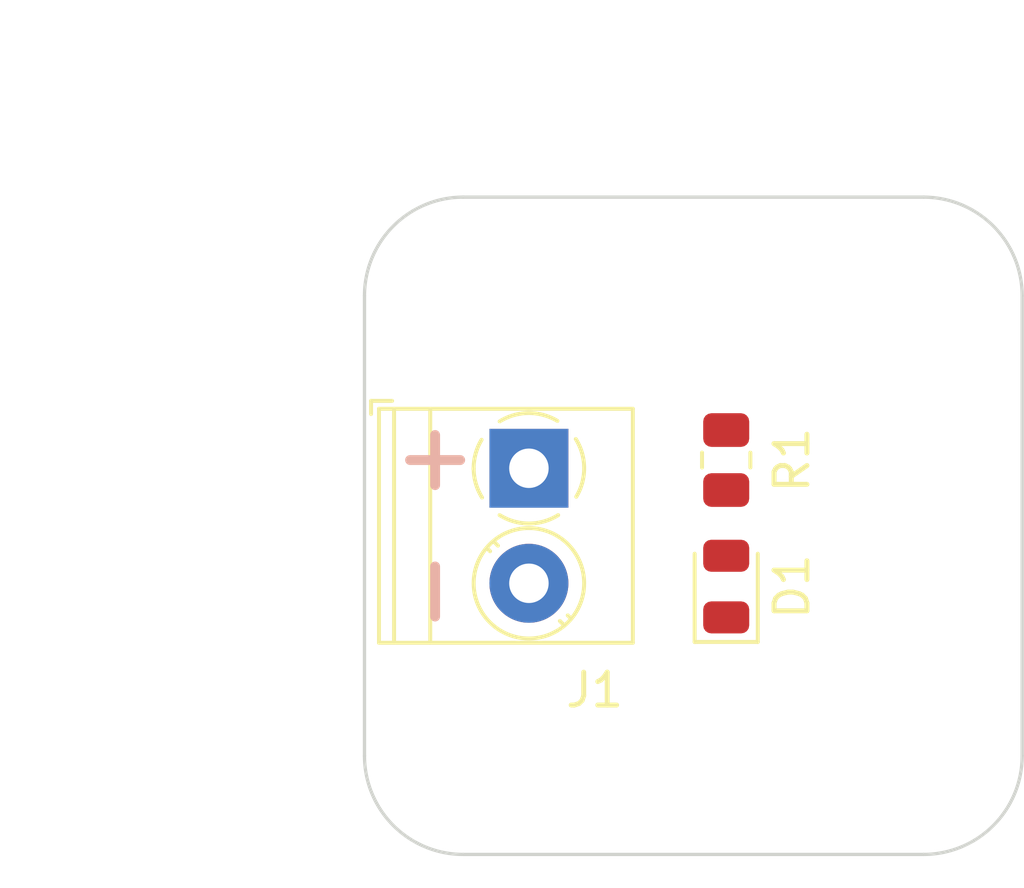
<source format=kicad_pcb>
(kicad_pcb (version 20211014) (generator pcbnew)
  (layers (0 "F.Cu" signal) (31 "B.Cu" signal) (34 "B.Paste" user) (35 "F.Paste" user) (36 "B.SilkS" user "B.Silkscreen") (37 "F.SilkS" user "F.Silkscreen") (38 "B.Mask" user) (39 "F.Mask" user) (44 "Edge.Cuts" user))
  (net 0 "")
  (net 1 "Net-(D1-Pad1)")
  (net 2 "Net-(D1-Pad2)")
  (net 3 "Net-(J1-Pad1)")
  (footprint "TerminalBlock_Phoenix:TerminalBlock_Phoenix_PT-1,5-2-3.5-H_1x02_P3.50mm_Horizontal" (layer "F.Cu") (at 136 88.25 -90)
    (fp_text reference "J1" (at 6.75 -2 180) (layer "F.SilkS"))
    (fp_text value "Input")
    (fp_line (start -1.81 -3.16) (end 5.31 -3.16) (layer "F.SilkS") (width 0.12))
    (fp_line (start 5.31 -3.16) (end 5.31 4.56) (layer "F.SilkS") (width 0.12))
    (fp_line (start -1.81 4.1) (end 5.31 4.1) (layer "F.SilkS") (width 0.12))
    (fp_line (start -2.05 4.8) (end -1.65 4.8) (layer "F.SilkS") (width 0.12))
    (fp_line (start 2.525 1.181) (end 2.431 1.274) (layer "F.SilkS") (width 0.12))
    (fp_line (start -1.81 -3.16) (end -1.81 4.56) (layer "F.SilkS") (width 0.12))
    (fp_line (start -1.81 4.56) (end 5.31 4.56) (layer "F.SilkS") (width 0.12))
    (fp_line (start 2.355 0.941) (end 2.226 1.069) (layer "F.SilkS") (width 0.12))
    (fp_line (start -1.81 3) (end 5.31 3) (layer "F.SilkS") (width 0.12))
    (fp_line (start 4.775 -1.069) (end 4.646 -0.941) (layer "F.SilkS") (width 0.12))
    (fp_line (start 4.57 -1.275) (end 4.476 -1.181) (layer "F.SilkS") (width 0.12))
    (fp_line (start -2.05 4.16) (end -2.05 4.8) (layer "F.SilkS") (width 0.12))
    (fp_arc (start 0.890264 1.424721) (mid 0.463071 1.61492) (end 0 1.68) (layer "F.SilkS") (width 0.12))
    (fp_arc (start -0.889894 -1.425358) (mid -0.014012 -1.680286) (end 0.866 -1.44) (layer "F.SilkS") (width 0.12))
    (fp_arc (start -1.425358 0.889894) (mid -1.680286 0.014012) (end -1.44 -0.866) (layer "F.SilkS") (width 0.12))
    (fp_arc (start 0.028674 1.680099) (mid -0.435535 1.622918) (end -0.866 1.44) (layer "F.SilkS") (width 0.12))
    (fp_arc (start 1.425504 -0.890193) (mid 1.680626 0.000476) (end 1.425 0.891) (layer "F.SilkS") (width 0.12))
    (fp_circle (center 3.5 0) (end 5.18 0) (layer "F.SilkS") (width 0.12) (fill none))
    (pad "1" thru_hole rect (at 0 0 270) (size 2.4 2.4) (drill 1.2) (layers *.Cu *.Mask) (net 3 "Net-(J1-Pad1)"))
    (pad "2" thru_hole circle (at 3.5 0 270) (size 2.4 2.4) (drill 1.2) (layers *.Cu *.Mask) (net 1 "Net-(D1-Pad1)"))
  )
  (footprint "LED_SMD:LED_0805_2012Metric" (layer "F.Cu") (at 142 91.85 90)
    (fp_text reference "D1" (at 0 2 90) (layer "F.SilkS"))
    (fp_text value "RED")
    (fp_line (start 1 -0.96) (end -1.685 -0.96) (layer "F.SilkS") (width 0.12))
    (fp_line (start -1.685 -0.96) (end -1.685 0.96) (layer "F.SilkS") (width 0.12))
    (fp_line (start -1.685 0.96) (end 1 0.96) (layer "F.SilkS") (width 0.12))
    (pad "1" smd roundrect (at -0.9375 0 90) (size 0.975 1.4) (layers "F.Cu" "F.Paste" "F.Mask") (net 1 "Net-(D1-Pad1)"))
    (pad "2" smd roundrect (at 0.9375 0 90) (size 0.975 1.4) (layers "F.Cu" "F.Paste" "F.Mask") (net 2 "Net-(D1-Pad2)"))
  )
  (footprint "Resistor_SMD:R_0805_2012Metric" (layer "F.Cu") (at 142 88 -90)
    (fp_text reference "R1" (at 0 -2 90) (layer "F.SilkS"))
    (fp_text value "120R")
    (fp_line (start -0.227064 0.735) (end 0.227064 0.735) (layer "F.SilkS") (width 0.12))
    (fp_line (start -0.227064 -0.735) (end 0.227064 -0.735) (layer "F.SilkS") (width 0.12))
    (pad "1" smd roundrect (at -0.9125 0 270) (size 1.025 1.4) (layers "F.Cu" "F.Paste" "F.Mask") (roundrect_rratio 0.243902) (net 3 "Net-(J1-Pad1)"))
    (pad "2" smd roundrect (at 0.9125 0 270) (size 1.025 1.4) (layers "F.Cu" "F.Paste" "F.Mask") (roundrect_rratio 0.243902) (net 2 "Net-(D1-Pad2)"))
  )
  (footprint "MountingHole:MountingHole_2.2mm_M2" (layer "F.Cu") (at 148 83)
    (fp_text reference "H1" hide)
    (fp_text value "M2")
    (pad "" np_thru_hole circle (at 0 0) (size 2.2 2.2) (drill 2.2) (layers *.Cu *.Mask))
  )
  (footprint "MountingHole:MountingHole_2.2mm_M2" (layer "F.Cu") (at 148 97)
    (fp_text reference "H2" hide)
    (fp_text value "M2")
    (pad "" np_thru_hole circle (at 0 0) (size 2.2 2.2) (drill 2.2) (layers *.Cu *.Mask))
  )
  (footprint "MountingHole:MountingHole_2.2mm_M2" (layer "F.Cu") (at 134 83)
    (fp_text reference "H3" hide)
    (fp_text value "M2")
    (pad "" np_thru_hole circle (at 0 0) (size 2.2 2.2) (drill 2.2) (layers *.Cu *.Mask))
  )
  (footprint "MountingHole:MountingHole_2.2mm_M2" (layer "F.Cu") (at 134 97)
    (fp_text reference "H4" hide)
    (fp_text value "M2")
    (pad "" np_thru_hole circle (at 0 0) (size 2.2 2.2) (drill 2.2) (layers *.Cu *.Mask))
  )
  (gr_line (start 131 97) (end 131 83) (layer "Edge.Cuts") (width 0.1))
  (gr_line (start 151 83) (end 151 97) (layer "Edge.Cuts") (width 0.1))
  (gr_line (start 134 80) (end 148 80) (layer "Edge.Cuts") (width 0.1))
  (gr_arc (start 131 83) (mid 131.87868 80.87868) (end 134 80) (layer "Edge.Cuts") (width 0.1))
  (gr_arc (start 134 100) (mid 131.87868 99.12132) (end 131 97) (layer "Edge.Cuts") (width 0.1))
  (gr_arc (start 148 80) (mid 150.12132 80.87868) (end 151 83) (layer "Edge.Cuts") (width 0.1))
  (gr_arc (start 151 97) (mid 150.12132 99.12132) (end 148 100) (layer "Edge.Cuts") (width 0.1))
  (gr_line (start 148 100) (end 134 100) (layer "Edge.Cuts") (width 0.1))
  (gr_text "+ -" (at 133 90 90) (layer "B.SilkS") (effects (font (size 2 2) (thickness 0.3)) (justify mirror)))
)
</source>
